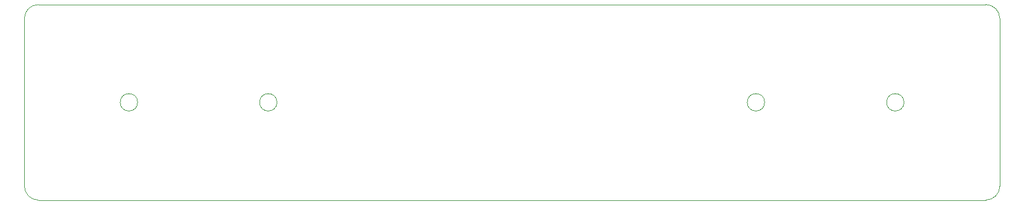
<source format=gm1>
G04 Layer_Color=16711935*
%FSAX25Y25*%
%MOIN*%
G70*
G01*
G75*
%ADD69C,0.00050*%
D69*
X0695206Y0375281D02*
G03*
X0687332Y0383155I-0007874J0000000D01*
G01*
X0151899D02*
G03*
X0144025Y0375281I0000000J-0007874D01*
G01*
Y0280399D02*
G03*
X0151899Y0272525I0007874J0000000D01*
G01*
X0687332D02*
G03*
X0695206Y0280399I0000000J0007874D01*
G01*
X0562332Y0327840D02*
G03*
X0562332Y0327840I-0004921J0000000D01*
G01*
X0641072D02*
G03*
X0641072Y0327840I-0004921J0000000D01*
G01*
X0208001D02*
G03*
X0208001Y0327840I-0004921J0000000D01*
G01*
X0286741D02*
G03*
X0286741Y0327840I-0004921J0000000D01*
G01*
X0695206Y0280399D02*
Y0375281D01*
X0151899Y0383155D02*
X0687332D01*
X0144025Y0280399D02*
Y0375281D01*
X0151899Y0272525D02*
X0687332D01*
M02*

</source>
